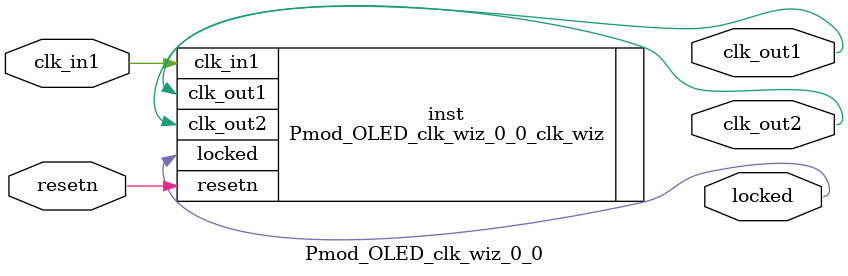
<source format=v>


`timescale 1ps/1ps

(* CORE_GENERATION_INFO = "Pmod_OLED_clk_wiz_0_0,clk_wiz_v6_0_9_0_0,{component_name=Pmod_OLED_clk_wiz_0_0,use_phase_alignment=true,use_min_o_jitter=false,use_max_i_jitter=false,use_dyn_phase_shift=false,use_inclk_switchover=false,use_dyn_reconfig=false,enable_axi=0,feedback_source=FDBK_AUTO,PRIMITIVE=MMCM,num_out_clk=2,clkin1_period=10.000,clkin2_period=10.000,use_power_down=false,use_reset=true,use_locked=true,use_inclk_stopped=false,feedback_type=SINGLE,CLOCK_MGR_TYPE=NA,manual_override=false}" *)

module Pmod_OLED_clk_wiz_0_0 
 (
  // Clock out ports
  output        clk_out1,
  output        clk_out2,
  // Status and control signals
  input         resetn,
  output        locked,
 // Clock in ports
  input         clk_in1
 );

  Pmod_OLED_clk_wiz_0_0_clk_wiz inst
  (
  // Clock out ports  
  .clk_out1(clk_out1),
  .clk_out2(clk_out2),
  // Status and control signals               
  .resetn(resetn), 
  .locked(locked),
 // Clock in ports
  .clk_in1(clk_in1)
  );

endmodule

</source>
